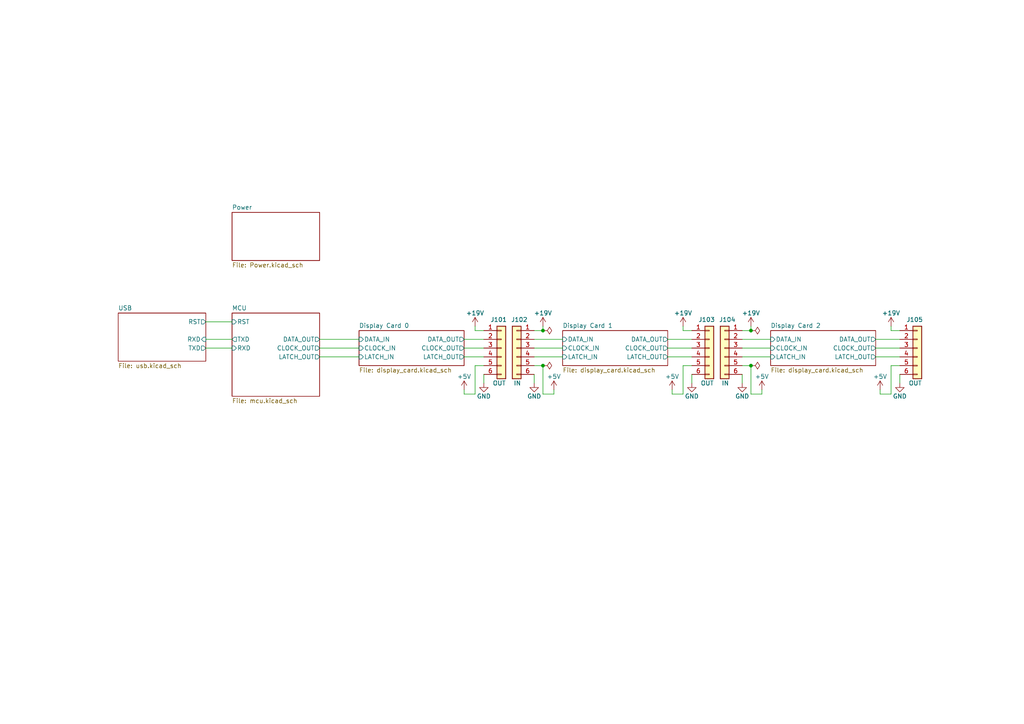
<source format=kicad_sch>
(kicad_sch (version 20211123) (generator eeschema)
  (paper "A4")
  (title_block (title "Days Without Incident Sign") (date "2022-06-24") (rev "v0.1-RC1") (company "FRC 1721"))
  (lib_symbols
    (symbol "Connector_Generic:Conn_01x06" (pin_names (offset 1.016) hide)
      (property "Reference" "J" (at 0 7.62 0))
      (property "Value" "Conn_01x06" (at 0 -10.16 0))
      (symbol "Conn_01x06_1_1"
        (rectangle (start -1.27 -7.493) (end 0 -7.747) (stroke (width 0.1524)))
        (rectangle (start -1.27 -4.953) (end 0 -5.207) (stroke (width 0.1524)))
        (rectangle (start -1.27 -2.413) (end 0 -2.667) (stroke (width 0.1524)))
        (rectangle (start -1.27 0.127) (end 0 -0.127) (stroke (width 0.1524)))
        (rectangle (start -1.27 2.667) (end 0 2.413) (stroke (width 0.1524)))
        (rectangle (start -1.27 5.207) (end 0 4.953) (stroke (width 0.1524)))
        (rectangle (start -1.27 6.35) (end 1.27 -8.89) (stroke (width 0.254)) (fill (type background)))
        (pin passive line (at -5.08 5.08 0) (length 3.81) (name "Pin_1") (number "1"))
        (pin passive line (at -5.08 2.54 0) (length 3.81) (name "Pin_2") (number "2"))
        (pin passive line (at -5.08 0 0) (length 3.81) (name "Pin_3") (number "3"))
        (pin passive line (at -5.08 -2.54 0) (length 3.81) (name "Pin_4") (number "4"))
        (pin passive line (at -5.08 -5.08 0) (length 3.81) (name "Pin_5") (number "5"))
        (pin passive line (at -5.08 -7.62 0) (length 3.81) (name "Pin_6") (number "6"))
      )
    )
    (symbol "KenwoodFox:+19V" (power) (pin_names (offset 0))
      (property "Value" "+19V" (at 0 3.556 0))
      (symbol "+19V_0_1"
        (polyline (pts (xy -0.762 1.27) (xy 0 2.54)))
        (polyline (pts (xy 0 0) (xy 0 2.54)))
        (polyline (pts (xy 0 2.54) (xy 0.762 1.27)))
      )
      (symbol "+19V_1_1"
        (pin power_in line (at 0 0 90) (length 0) hide (name "+19V") (number "1"))
      )
    )
    (symbol "power:+5V" (power) (pin_names (offset 0))
      (property "Value" "+5V" (at 0 3.556 0))
      (symbol "+5V_0_1"
        (polyline (pts (xy -0.762 1.27) (xy 0 2.54)))
        (polyline (pts (xy 0 0) (xy 0 2.54)))
        (polyline (pts (xy 0 2.54) (xy 0.762 1.27)))
      )
      (symbol "+5V_1_1"
        (pin power_in line (at 0 0 90) (length 0) hide (name "+5V") (number "1"))
      )
    )
    (symbol "power:GND" (power) (pin_names (offset 0))
      (property "Value" "GND" (at 0 -3.81 0))
      (symbol "GND_0_1"
        (polyline (pts (xy 0 0) (xy 0 -1.27) (xy 1.27 -1.27) (xy 0 -2.54) (xy -1.27 -1.27) (xy 0 -1.27)))
      )
      (symbol "GND_1_1"
        (pin power_in line (at 0 0 270) (length 0) hide (name "GND") (number "1"))
      )
    )
    (symbol "power:PWR_FLAG" (power) (pin_numbers hide) (pin_names (offset 0) hide)
      (property "Value" "PWR_FLAG" (at 0 3.81 0))
      (symbol "PWR_FLAG_0_0"
        (pin power_out line (at 0 0 90) (length 0) (name "pwr") (number "1"))
      )
      (symbol "PWR_FLAG_0_1"
        (polyline (pts (xy 0 0) (xy 0 1.27) (xy -1.016 1.905) (xy 0 2.54) (xy 1.016 1.905) (xy 0 1.27)))
      )
    )
  )
  (junction (at 157.48 95.885))
  (junction (at 157.48 106.045))
  (junction (at 217.805 95.885))
  (junction (at 217.805 106.045))
  (wire (pts (xy 215.265 108.585) (xy 215.265 111.125)))
  (wire (pts (xy 134.62 100.965) (xy 140.335 100.965)))
  (wire (pts (xy 92.71 103.505) (xy 104.14 103.505)))
  (wire (pts (xy 217.805 114.3) (xy 220.98 114.3)))
  (wire (pts (xy 134.62 103.505) (xy 140.335 103.505)))
  (wire (pts (xy 193.675 100.965) (xy 200.66 100.965)))
  (wire (pts (xy 215.265 103.505) (xy 223.52 103.505)))
  (wire (pts (xy 92.71 98.425) (xy 104.14 98.425)))
  (wire (pts (xy 157.48 106.045) (xy 154.94 106.045)))
  (wire (pts (xy 220.98 113.03) (xy 220.98 114.3)))
  (wire (pts (xy 193.675 98.425) (xy 200.66 98.425)))
  (wire (pts (xy 140.335 108.585) (xy 140.335 111.125)))
  (wire (pts (xy 154.94 103.505) (xy 163.195 103.505)))
  (wire (pts (xy 254 98.425) (xy 260.985 98.425)))
  (wire (pts (xy 137.795 95.885) (xy 140.335 95.885)))
  (wire (pts (xy 154.94 100.965) (xy 163.195 100.965)))
  (wire (pts (xy 217.805 106.045) (xy 215.265 106.045)))
  (wire (pts (xy 198.12 95.885) (xy 200.66 95.885)))
  (wire (pts (xy 198.12 94.615) (xy 198.12 95.885)))
  (wire (pts (xy 215.265 98.425) (xy 223.52 98.425)))
  (wire (pts (xy 134.62 98.425) (xy 140.335 98.425)))
  (wire (pts (xy 258.445 114.3) (xy 255.27 114.3)))
  (wire (pts (xy 137.795 106.045) (xy 140.335 106.045)))
  (wire (pts (xy 215.265 95.885) (xy 217.805 95.885)))
  (wire (pts (xy 160.655 113.03) (xy 160.655 114.3)))
  (wire (pts (xy 137.795 94.615) (xy 137.795 95.885)))
  (wire (pts (xy 198.12 106.045) (xy 198.12 114.3)))
  (wire (pts (xy 198.12 106.045) (xy 200.66 106.045)))
  (wire (pts (xy 92.71 100.965) (xy 104.14 100.965)))
  (wire (pts (xy 157.48 114.3) (xy 160.655 114.3)))
  (wire (pts (xy 154.94 95.885) (xy 157.48 95.885)))
  (wire (pts (xy 258.445 106.045) (xy 258.445 114.3)))
  (wire (pts (xy 59.69 93.345) (xy 67.31 93.345)))
  (wire (pts (xy 194.945 113.03) (xy 194.945 114.3)))
  (wire (pts (xy 258.445 106.045) (xy 260.985 106.045)))
  (wire (pts (xy 200.66 108.585) (xy 200.66 111.125)))
  (wire (pts (xy 217.805 106.045) (xy 217.805 114.3)))
  (wire (pts (xy 260.985 108.585) (xy 260.985 111.125)))
  (wire (pts (xy 255.27 113.03) (xy 255.27 114.3)))
  (wire (pts (xy 193.675 103.505) (xy 200.66 103.505)))
  (wire (pts (xy 258.445 94.615) (xy 258.445 95.885)))
  (wire (pts (xy 157.48 94.615) (xy 157.48 95.885)))
  (wire (pts (xy 154.94 98.425) (xy 163.195 98.425)))
  (wire (pts (xy 59.69 100.965) (xy 67.31 100.965)))
  (wire (pts (xy 254 100.965) (xy 260.985 100.965)))
  (wire (pts (xy 137.795 106.045) (xy 137.795 114.3)))
  (wire (pts (xy 258.445 95.885) (xy 260.985 95.885)))
  (wire (pts (xy 59.69 98.425) (xy 67.31 98.425)))
  (wire (pts (xy 134.62 114.3) (xy 134.62 113.03)))
  (wire (pts (xy 254 103.505) (xy 260.985 103.505)))
  (wire (pts (xy 215.265 100.965) (xy 223.52 100.965)))
  (wire (pts (xy 154.94 108.585) (xy 154.94 111.125)))
  (wire (pts (xy 198.12 114.3) (xy 194.945 114.3)))
  (wire (pts (xy 157.48 106.045) (xy 157.48 114.3)))
  (wire (pts (xy 137.795 114.3) (xy 134.62 114.3)))
  (wire (pts (xy 217.805 94.615) (xy 217.805 95.885)))
  (symbol (lib_id "power:+5V") (at 194.945 113.03 0) (unit 1)
    (property "Reference" "#PWR0197" (effects hide))
    (property "Value" "+5V" (at 194.945 109.22 0))
  )
  (symbol (lib_id "power:+5V") (at 160.655 113.03 0) (mirror y) (unit 1)
    (property "Reference" "#PWR0195" (effects hide))
    (property "Value" "+5V" (at 160.655 109.22 0))
  )
  (symbol (lib_id "power:+5V") (at 255.27 113.03 0) (unit 1)
    (property "Reference" "#PWR0151" (effects hide))
    (property "Value" "+5V" (at 255.27 109.22 0))
  )
  (symbol (lib_id "KenwoodFox:+19V") (at 198.12 94.615 0) (unit 1)
    (property "Reference" "#PWR0194" (effects hide))
    (property "Value" "+19V" (at 198.12 90.805 0))
  )
  (symbol (lib_id "power:+5V") (at 220.98 113.03 0) (mirror y) (unit 1)
    (property "Reference" "#PWR0192" (effects hide))
    (property "Value" "+5V" (at 220.98 109.22 0))
  )
  (symbol (lib_id "Connector_Generic:Conn_01x06") (at 145.415 100.965 0) (unit 1)
    (property "Reference" "J101" (at 142.24 92.71 0) (effects (justify left)))
    (property "Value" "OUT" (at 142.875 111.125 0) (effects (justify left)))
    (property "Footprint" "Connector_PinSocket_2.54mm:PinSocket_1x06_P2.54mm_Vertical" (effects hide))
  )
  (symbol (lib_id "power:GND") (at 260.985 111.125 0) (unit 1)
    (property "Reference" "#PWR0201" (effects hide))
    (property "Value" "GND" (at 260.985 114.935 0))
  )
  (symbol (lib_id "KenwoodFox:+19V") (at 137.795 94.615 0) (unit 1)
    (property "Reference" "#PWR0190" (effects hide))
    (property "Value" "+19V" (at 137.795 90.805 0))
  )
  (symbol (lib_id "power:GND") (at 215.265 111.125 0) (mirror y) (unit 1)
    (property "Reference" "#PWR0191" (effects hide))
    (property "Value" "GND" (at 215.265 114.935 0))
  )
  (symbol (lib_id "power:GND") (at 140.335 111.125 0) (unit 1)
    (property "Reference" "#PWR0183" (effects hide))
    (property "Value" "GND" (at 140.335 114.935 0))
  )
  (symbol (lib_id "power:GND") (at 200.66 111.125 0) (unit 1)
    (property "Reference" "#PWR0198" (effects hide))
    (property "Value" "GND" (at 200.66 114.935 0))
  )
  (symbol (lib_id "KenwoodFox:+19V") (at 258.445 94.615 0) (unit 1)
    (property "Reference" "#PWR0200" (effects hide))
    (property "Value" "+19V" (at 258.445 90.805 0))
  )
  (symbol (lib_id "power:PWR_FLAG") (at 157.48 106.045 270) (unit 1)
    (property "Reference" "#FLG0103" (effects hide))
    (property "Value" "PWR_FLAG" (effects hide))
  )
  (symbol (lib_id "power:PWR_FLAG") (at 217.805 95.885 270) (unit 1)
    (property "Reference" "#FLG0101" (effects hide))
    (property "Value" "PWR_FLAG" (effects hide))
  )
  (symbol (lib_id "power:+5V") (at 134.62 113.03 0) (unit 1)
    (property "Reference" "#PWR0182" (effects hide))
    (property "Value" "+5V" (at 134.62 109.22 0))
  )
  (symbol (lib_id "Connector_Generic:Conn_01x06") (at 149.86 100.965 0) (mirror y) (unit 1)
    (property "Reference" "J102" (at 153.035 92.71 0) (effects (justify left)))
    (property "Value" "IN" (at 151.13 111.125 0) (effects (justify left)))
    (property "Footprint" "Connector_PinSocket_2.54mm:PinSocket_1x06_P2.54mm_Vertical" (effects hide))
  )
  (symbol (lib_id "KenwoodFox:+19V") (at 217.805 94.615 0) (mirror y) (unit 1)
    (property "Reference" "#PWR0193" (effects hide))
    (property "Value" "+19V" (at 217.805 90.805 0))
  )
  (symbol (lib_id "Connector_Generic:Conn_01x06") (at 266.065 100.965 0) (unit 1)
    (property "Reference" "J105" (at 262.89 92.71 0) (effects (justify left)))
    (property "Value" "OUT" (at 263.525 111.125 0) (effects (justify left)))
    (property "Footprint" "Connector_PinSocket_2.54mm:PinSocket_1x06_P2.54mm_Vertical" (effects hide))
  )
  (symbol (lib_id "Connector_Generic:Conn_01x06") (at 210.185 100.965 0) (mirror y) (unit 1)
    (property "Reference" "J104" (at 213.36 92.71 0) (effects (justify left)))
    (property "Value" "IN" (at 211.455 111.125 0) (effects (justify left)))
    (property "Footprint" "Connector_PinSocket_2.54mm:PinSocket_1x06_P2.54mm_Vertical" (effects hide))
  )
  (symbol (lib_id "Connector_Generic:Conn_01x06") (at 205.74 100.965 0) (unit 1)
    (property "Reference" "J103" (at 202.565 92.71 0) (effects (justify left)))
    (property "Value" "OUT" (at 203.2 111.125 0) (effects (justify left)))
    (property "Footprint" "Connector_PinSocket_2.54mm:PinSocket_1x06_P2.54mm_Vertical" (effects hide))
  )
  (symbol (lib_id "power:GND") (at 154.94 111.125 0) (mirror y) (unit 1)
    (property "Reference" "#PWR0199" (effects hide))
    (property "Value" "GND" (at 154.94 114.935 0))
  )
  (symbol (lib_id "power:PWR_FLAG") (at 217.805 106.045 270) (unit 1)
    (property "Reference" "#FLG0102" (effects hide))
    (property "Value" "PWR_FLAG" (effects hide))
  )
  (symbol (lib_id "KenwoodFox:+19V") (at 157.48 94.615 0) (mirror y) (unit 1)
    (property "Reference" "#PWR0196" (effects hide))
    (property "Value" "+19V" (at 157.48 90.805 0))
  )
  (symbol (lib_id "power:PWR_FLAG") (at 157.48 95.885 270) (unit 1)
    (property "Reference" "#FLG0104" (effects hide))
    (property "Value" "PWR_FLAG" (effects hide))
  )
  (sheet (at 67.31 90.805) (size 25.4 24.13) (stroke (width 0.1524))
    (property "Sheet name" "MCU" (at 67.31 90.0934 0) (effects (justify left bottom)))
    (property "Sheet file" "mcu.kicad_sch" (at 67.31 115.5196 0) (effects (justify left top)))
    (pin "RST" input (at 67.31 93.345 180))
    (pin "TXD" output (at 67.31 98.425 180))
    (pin "RXD" input (at 67.31 100.965 180))
    (pin "DATA_OUT" output (at 92.71 98.425 0))
    (pin "CLOCK_OUT" output (at 92.71 100.965 0))
    (pin "LATCH_OUT" output (at 92.71 103.505 0))
  )
  (sheet (at 34.29 90.805) (size 25.4 13.97) (stroke (width 0.1524))
    (property "Sheet name" "USB" (at 34.29 90.0934 0) (effects (justify left bottom)))
    (property "Sheet file" "usb.kicad_sch" (at 34.29 105.3596 0) (effects (justify left top)))
    (pin "RST" output (at 59.69 93.345 0))
    (pin "RXD" input (at 59.69 98.425 0))
    (pin "TXD" output (at 59.69 100.965 0))
  )
  (sheet (at 223.52 95.885) (size 30.48 10.16) (stroke (width 0.1524))
    (property "Sheet name" "Display Card 2" (at 223.52 95.1734 0) (effects (justify left bottom)))
    (property "Sheet file" "display_card.kicad_sch" (at 223.52 106.6296 0) (effects (justify left top)))
    (pin "LATCH_IN" input (at 223.52 103.505 180))
    (pin "CLOCK_IN" input (at 223.52 100.965 180))
    (pin "DATA_IN" input (at 223.52 98.425 180))
    (pin "LATCH_OUT" output (at 254 103.505 0))
    (pin "DATA_OUT" output (at 254 98.425 0))
    (pin "CLOCK_OUT" output (at 254 100.965 0))
  )
  (sheet (at 67.31 61.595) (size 25.4 13.97) (stroke (width 0.1524))
    (property "Sheet name" "Power" (at 67.31 60.8834 0) (effects (justify left bottom)))
    (property "Sheet file" "Power.kicad_sch" (at 67.31 76.1496 0) (effects (justify left top)))
  )
  (sheet (at 163.195 95.885) (size 30.48 10.16) (stroke (width 0.1524))
    (property "Sheet name" "Display Card 1" (at 163.195 95.1734 0) (effects (justify left bottom)))
    (property "Sheet file" "display_card.kicad_sch" (at 163.195 106.6296 0) (effects (justify left top)))
    (pin "LATCH_IN" input (at 163.195 103.505 180))
    (pin "CLOCK_IN" input (at 163.195 100.965 180))
    (pin "DATA_IN" input (at 163.195 98.425 180))
    (pin "LATCH_OUT" output (at 193.675 103.505 0))
    (pin "DATA_OUT" output (at 193.675 98.425 0))
    (pin "CLOCK_OUT" output (at 193.675 100.965 0))
  )
  (sheet (at 104.14 95.885) (size 30.48 10.16) (stroke (width 0.1524))
    (property "Sheet name" "Display Card 0" (at 104.14 95.1734 0) (effects (justify left bottom)))
    (property "Sheet file" "display_card.kicad_sch" (at 104.14 106.6296 0) (effects (justify left top)))
    (pin "LATCH_IN" input (at 104.14 103.505 180))
    (pin "CLOCK_IN" input (at 104.14 100.965 180))
    (pin "DATA_IN" input (at 104.14 98.425 180))
    (pin "LATCH_OUT" output (at 134.62 103.505 0))
    (pin "DATA_OUT" output (at 134.62 98.425 0))
    (pin "CLOCK_OUT" output (at 134.62 100.965 0))
  )
)
</source>
